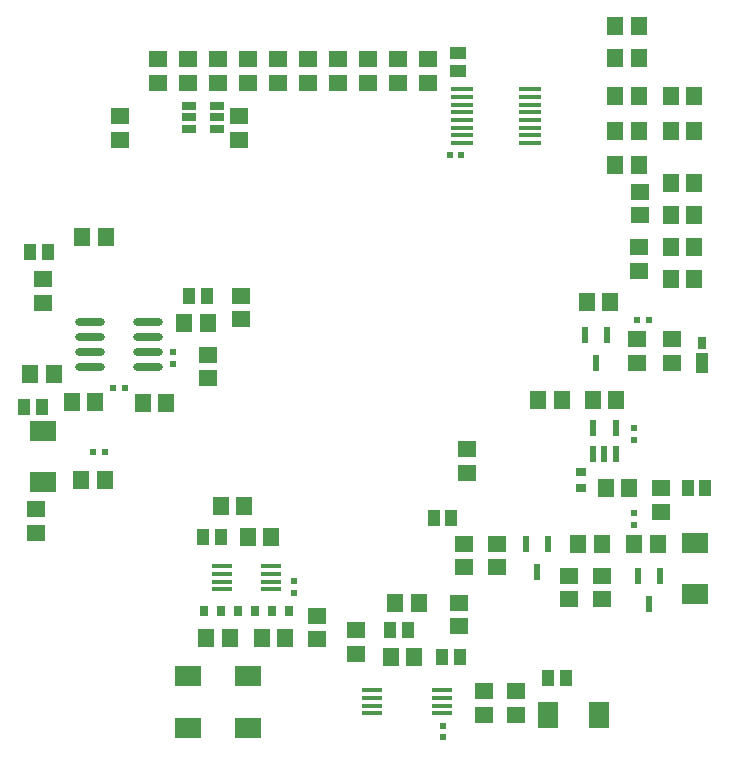
<source format=gbp>
G04 Layer_Color=128*
%FSLAX44Y44*%
%MOMM*%
G71*
G01*
G75*
%ADD12R,1.4000X1.1000*%
%ADD13R,1.4000X1.5000*%
%ADD14R,0.6000X0.5000*%
%ADD18R,1.5000X1.4000*%
%ADD21R,0.5000X0.6000*%
%ADD24R,0.8000X0.9000*%
%ADD25R,0.6000X1.4500*%
%ADD26R,1.1000X1.4000*%
%ADD27R,1.7780X0.4318*%
%ADD29O,2.5000X0.7000*%
%ADD30R,2.2860X1.7780*%
%ADD32R,1.7780X0.4064*%
%ADD33R,0.7899X1.0899*%
%ADD34R,1.0201X1.7899*%
%ADD55R,1.9812X0.4064*%
%ADD56R,0.5500X1.4500*%
%ADD57R,0.5500X1.4500*%
%ADD58R,0.9000X0.8000*%
%ADD59R,1.7780X2.2860*%
%ADD60R,1.3000X0.7000*%
D12*
X426200Y637500D02*
D03*
Y622500D02*
D03*
D13*
X99000Y342000D02*
D03*
X119000D02*
D03*
X194000Y409000D02*
D03*
X214000D02*
D03*
X579000Y660000D02*
D03*
X559000D02*
D03*
X579000Y633000D02*
D03*
X559000D02*
D03*
X626000Y601000D02*
D03*
X606000D02*
D03*
X579000D02*
D03*
X559000D02*
D03*
X626000Y571000D02*
D03*
X606000D02*
D03*
X579000D02*
D03*
X559000D02*
D03*
X579000Y543000D02*
D03*
X559000D02*
D03*
X606000Y527000D02*
D03*
X626000D02*
D03*
Y500000D02*
D03*
X606000D02*
D03*
X626000Y473000D02*
D03*
X606000D02*
D03*
X626000Y446000D02*
D03*
X606000D02*
D03*
X535000Y427000D02*
D03*
X555000D02*
D03*
X494000Y344000D02*
D03*
X514000D02*
D03*
X540000D02*
D03*
X560000D02*
D03*
X571000Y269000D02*
D03*
X551000D02*
D03*
X595000Y222000D02*
D03*
X575000D02*
D03*
X528000D02*
D03*
X548000D02*
D03*
X393000Y172000D02*
D03*
X373000D02*
D03*
X369000Y126000D02*
D03*
X389000D02*
D03*
X280000Y142000D02*
D03*
X260000D02*
D03*
X213000D02*
D03*
X233000D02*
D03*
X248000Y228000D02*
D03*
X268000D02*
D03*
X245000Y254000D02*
D03*
X225000D02*
D03*
X107000Y276000D02*
D03*
X127000D02*
D03*
X179000Y341000D02*
D03*
X159000D02*
D03*
X84000Y366000D02*
D03*
X64000D02*
D03*
X128000Y482000D02*
D03*
X108000D02*
D03*
D14*
X134000Y354000D02*
D03*
X144000D02*
D03*
X429000Y551000D02*
D03*
X419000D02*
D03*
X578000Y411000D02*
D03*
X588000D02*
D03*
X127000Y300000D02*
D03*
X117000D02*
D03*
D18*
X242000Y432000D02*
D03*
Y412000D02*
D03*
X607000Y375000D02*
D03*
Y395000D02*
D03*
X172200Y612000D02*
D03*
Y632000D02*
D03*
X248400Y612000D02*
D03*
Y632000D02*
D03*
X197600Y612000D02*
D03*
Y632000D02*
D03*
X223000Y612000D02*
D03*
Y632000D02*
D03*
X241000Y584000D02*
D03*
Y564000D02*
D03*
X273800Y612000D02*
D03*
Y632000D02*
D03*
X299200Y612000D02*
D03*
Y632000D02*
D03*
X324600Y612000D02*
D03*
Y632000D02*
D03*
X350000Y612000D02*
D03*
Y632000D02*
D03*
X375400Y612000D02*
D03*
Y632000D02*
D03*
X400800Y612000D02*
D03*
Y632000D02*
D03*
X580000Y500000D02*
D03*
Y520000D02*
D03*
X579000Y473000D02*
D03*
Y453000D02*
D03*
X578000Y395000D02*
D03*
Y375000D02*
D03*
X434000Y302000D02*
D03*
Y282000D02*
D03*
X598000Y249000D02*
D03*
Y269000D02*
D03*
X431000Y202000D02*
D03*
Y222000D02*
D03*
X459000D02*
D03*
Y202000D02*
D03*
X548000Y195000D02*
D03*
Y175000D02*
D03*
X520000D02*
D03*
Y195000D02*
D03*
X475000Y97000D02*
D03*
Y77000D02*
D03*
X427000Y152000D02*
D03*
Y172000D02*
D03*
X448000Y97000D02*
D03*
Y77000D02*
D03*
X340000Y129000D02*
D03*
Y149000D02*
D03*
X307000Y161000D02*
D03*
Y141000D02*
D03*
X69000Y251000D02*
D03*
Y231000D02*
D03*
X214000Y362000D02*
D03*
Y382000D02*
D03*
X75000Y426000D02*
D03*
Y446000D02*
D03*
X140000Y584000D02*
D03*
Y564000D02*
D03*
D21*
X575000Y310000D02*
D03*
Y320000D02*
D03*
Y238000D02*
D03*
Y248000D02*
D03*
X413000Y68000D02*
D03*
Y58000D02*
D03*
X287000Y190000D02*
D03*
Y180000D02*
D03*
X185000Y374000D02*
D03*
Y384000D02*
D03*
D24*
X283000Y165000D02*
D03*
X269000D02*
D03*
X254000D02*
D03*
X240000D02*
D03*
X225000D02*
D03*
X211000D02*
D03*
D25*
X533500Y398750D02*
D03*
X552500D02*
D03*
X543000Y375250D02*
D03*
X483500Y221750D02*
D03*
X502500D02*
D03*
X493000Y198250D02*
D03*
X578500Y194750D02*
D03*
X597500D02*
D03*
X588000Y171250D02*
D03*
D26*
X64000Y469000D02*
D03*
X79000D02*
D03*
X213500Y432000D02*
D03*
X198500D02*
D03*
X635500Y269000D02*
D03*
X620500D02*
D03*
X405500Y244000D02*
D03*
X420500D02*
D03*
X225500Y228000D02*
D03*
X210500D02*
D03*
X517500Y108000D02*
D03*
X502500D02*
D03*
X427500Y126000D02*
D03*
X412500D02*
D03*
X383500Y149000D02*
D03*
X368500D02*
D03*
X58500Y338000D02*
D03*
X73500D02*
D03*
D27*
X267447Y183250D02*
D03*
Y189750D02*
D03*
Y196250D02*
D03*
Y202750D02*
D03*
X226553D02*
D03*
Y196250D02*
D03*
Y189750D02*
D03*
Y183250D02*
D03*
D29*
X163500Y410050D02*
D03*
Y397350D02*
D03*
Y384650D02*
D03*
Y371950D02*
D03*
X114500Y410050D02*
D03*
Y397350D02*
D03*
Y384650D02*
D03*
Y371950D02*
D03*
D30*
X627000Y222770D02*
D03*
Y179230D02*
D03*
X197600Y109770D02*
D03*
Y66230D02*
D03*
X248400Y109770D02*
D03*
Y66230D02*
D03*
X75000Y317770D02*
D03*
Y274230D02*
D03*
D32*
X353282Y78250D02*
D03*
Y84750D02*
D03*
Y91250D02*
D03*
Y97750D02*
D03*
X412718D02*
D03*
Y91250D02*
D03*
Y84750D02*
D03*
Y78250D02*
D03*
D33*
X633000Y392000D02*
D03*
D34*
Y375099D02*
D03*
D55*
X486702Y606750D02*
D03*
Y600250D02*
D03*
Y593750D02*
D03*
Y587250D02*
D03*
Y580750D02*
D03*
Y574250D02*
D03*
Y567750D02*
D03*
Y561250D02*
D03*
X429298D02*
D03*
Y567750D02*
D03*
Y574250D02*
D03*
Y580750D02*
D03*
Y587250D02*
D03*
Y593750D02*
D03*
Y600250D02*
D03*
Y606750D02*
D03*
D56*
X559500Y298250D02*
D03*
D57*
X550000Y298250D02*
D03*
X540500D02*
D03*
Y319750D02*
D03*
X559500D02*
D03*
D58*
X530000Y269000D02*
D03*
Y283000D02*
D03*
D59*
X502230Y77000D02*
D03*
X545770D02*
D03*
D60*
X198000Y592500D02*
D03*
Y583000D02*
D03*
Y573500D02*
D03*
X222000D02*
D03*
Y583000D02*
D03*
Y592500D02*
D03*
M02*

</source>
